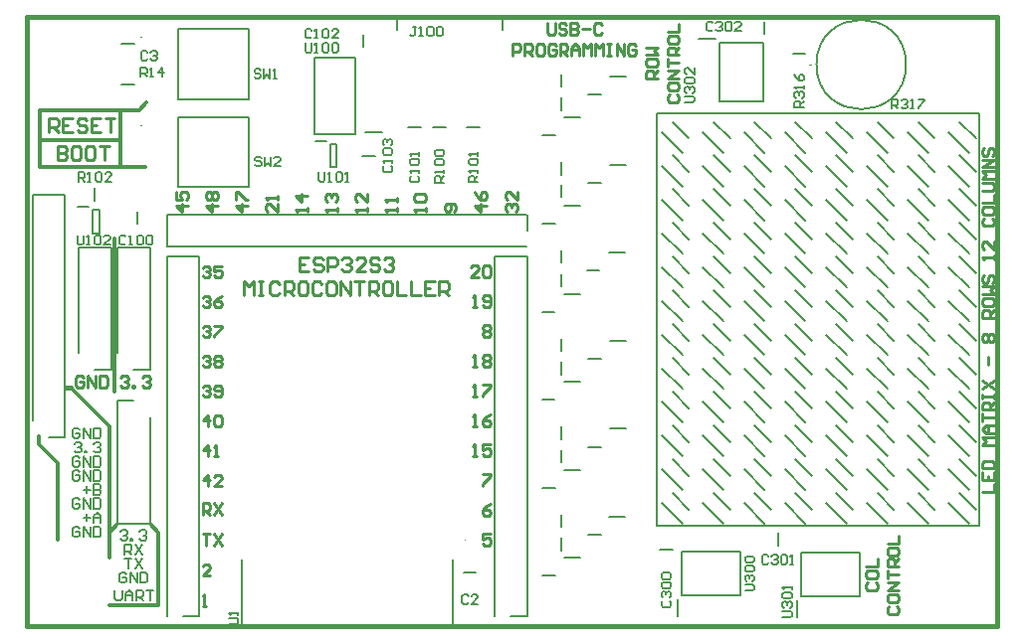
<source format=gto>
G04*
G04 #@! TF.GenerationSoftware,Altium Limited,Altium Designer,25.3.3 (18)*
G04*
G04 Layer_Color=65535*
%FSLAX25Y25*%
%MOIN*%
G70*
G04*
G04 #@! TF.SameCoordinates,FAE4C2FF-6651-435E-A804-DF7E7BB8AC14*
G04*
G04*
G04 #@! TF.FilePolarity,Positive*
G04*
G01*
G75*
%ADD10C,0.00394*%
%ADD11C,0.00787*%
%ADD12C,0.01181*%
%ADD13C,0.01575*%
%ADD14C,0.01002*%
%ADD15C,0.01000*%
D10*
X363386Y289213D02*
X362992D01*
X363386D01*
X256520Y275520D02*
G03*
X256520Y275126I0J-197D01*
G01*
D02*
G03*
X256520Y275520I0J197D01*
G01*
X247957Y129528D02*
G03*
X247563Y129528I-197J0D01*
G01*
D02*
G03*
X247957Y129528I197J0D01*
G01*
X138976Y268701D02*
G03*
X139370Y268701I197J0D01*
G01*
D02*
G03*
X138976Y268701I-197J0D01*
G01*
Y298228D02*
G03*
X139370Y298228I197J0D01*
G01*
D02*
G03*
X138976Y298228I-197J0D01*
G01*
D11*
X395315Y289213D02*
G03*
X395315Y289213I-15000J0D01*
G01*
X352356Y127921D02*
Y132055D01*
X357382Y292913D02*
X361516D01*
X325787Y297835D02*
X331496D01*
X332874Y276772D02*
Y296457D01*
Y276772D02*
X347441D01*
Y296457D01*
X332874D02*
X347441D01*
X347953Y299416D02*
Y303550D01*
X358858Y103740D02*
Y109449D01*
X360236Y110827D02*
X379921D01*
Y125394D01*
X360236D02*
X379921D01*
X360236Y110827D02*
Y125394D01*
X318721Y104043D02*
Y109752D01*
X320099Y111130D02*
X339784D01*
Y125697D01*
X320099D02*
X339784D01*
X320099Y111130D02*
Y125697D01*
X312894Y126378D02*
X317028D01*
X273563Y235866D02*
X277697D01*
X279921Y244783D02*
Y248917D01*
X248327Y268110D02*
X252461D01*
X236910D02*
X241043D01*
X228642D02*
X232776D01*
X224921Y300787D02*
Y305512D01*
X260118D01*
Y300787D02*
Y305512D01*
X213287Y258661D02*
X217421D01*
X202461Y262598D02*
X204626D01*
Y254724D02*
Y262598D01*
X202461Y254724D02*
X204626D01*
X202461D02*
Y262598D01*
X197343Y263484D02*
X201083D01*
X213386Y295177D02*
Y299311D01*
X197039Y265937D02*
X210835D01*
X197039D02*
Y291543D01*
X210835D01*
Y265937D02*
Y291543D01*
X214075Y266476D02*
X219783D01*
X132579Y296063D02*
X136713D01*
X132579Y282677D02*
X136713D01*
X123622Y243602D02*
Y247736D01*
X137795Y235728D02*
Y239862D01*
X122980Y240544D02*
X125146D01*
Y232670D02*
Y240544D01*
X122980Y232670D02*
X125146D01*
X122980D02*
Y240544D01*
X117862Y241430D02*
X121602D01*
X108268Y164331D02*
X113661D01*
X102874Y169921D02*
Y245421D01*
X113661Y164331D02*
Y245421D01*
X102874D02*
X113661D01*
X371959Y145573D02*
X377527Y140005D01*
X368479Y142093D02*
X375370Y135203D01*
X371959Y156885D02*
X377527Y151317D01*
X368479Y153405D02*
X375370Y146515D01*
X385683Y156885D02*
X391250Y151317D01*
X382203Y153405D02*
X389093Y146515D01*
X371959Y168196D02*
X377527Y162628D01*
X368479Y164716D02*
X375370Y157826D01*
X385683Y168196D02*
X391250Y162628D01*
X382203Y164716D02*
X389093Y157826D01*
X371959Y179508D02*
X377527Y173940D01*
X368479Y176028D02*
X375370Y169138D01*
X385683Y179508D02*
X391250Y173940D01*
X382203Y176028D02*
X389093Y169138D01*
X371959Y190819D02*
X377527Y185252D01*
X368479Y187340D02*
X375370Y180449D01*
X385683Y190819D02*
X391250Y185252D01*
X382203Y187340D02*
X389093Y180449D01*
X371959Y202131D02*
X377527Y196563D01*
X368479Y198651D02*
X375370Y191761D01*
X385683Y202131D02*
X391250Y196563D01*
X382203Y198651D02*
X389093Y191761D01*
X371959Y213443D02*
X377527Y207875D01*
X368479Y209963D02*
X375370Y203073D01*
X385683Y213443D02*
X391250Y207875D01*
X382203Y209963D02*
X389093Y203073D01*
X371959Y224754D02*
X377527Y219186D01*
X368479Y221274D02*
X375370Y214384D01*
X385683Y224754D02*
X391250Y219186D01*
X382203Y221274D02*
X389093Y214384D01*
X371959Y236066D02*
X377527Y230498D01*
X368479Y232586D02*
X375370Y225696D01*
X385683Y236066D02*
X391250Y230498D01*
X382203Y232586D02*
X389093Y225696D01*
X385683Y247377D02*
X391250Y241810D01*
X382203Y243898D02*
X389093Y237007D01*
X371959Y258689D02*
X377527Y253121D01*
X368479Y255209D02*
X375370Y248319D01*
X371959Y270001D02*
X377527Y264433D01*
X368479Y266521D02*
X375370Y259630D01*
X385683Y258689D02*
X391250Y253121D01*
X382203Y255209D02*
X389093Y248319D01*
X385683Y270001D02*
X391250Y264433D01*
X382203Y266521D02*
X389093Y259630D01*
X371959Y247377D02*
X377527Y241810D01*
X368479Y243898D02*
X375370Y237007D01*
X413129Y270001D02*
X418697Y264433D01*
X409649Y266521D02*
X416539Y259630D01*
X413129Y258689D02*
X418697Y253121D01*
X409649Y255209D02*
X416539Y248319D01*
X413129Y247377D02*
X418697Y241810D01*
X409649Y243898D02*
X416539Y237007D01*
X413129Y236066D02*
X418697Y230498D01*
X409649Y232586D02*
X416539Y225696D01*
X413129Y224754D02*
X418697Y219186D01*
X409649Y221274D02*
X416539Y214384D01*
X413129Y213443D02*
X418697Y207875D01*
X409649Y209963D02*
X416539Y203073D01*
X413129Y202131D02*
X418697Y196563D01*
X409649Y198651D02*
X416539Y191761D01*
X413129Y190819D02*
X418697Y185252D01*
X409649Y187340D02*
X416539Y180449D01*
X413129Y179508D02*
X418697Y173940D01*
X409649Y176028D02*
X416539Y169138D01*
X413129Y168196D02*
X418697Y162628D01*
X409649Y164716D02*
X416539Y157826D01*
X413129Y156885D02*
X418697Y151317D01*
X409649Y153405D02*
X416539Y146515D01*
X413129Y145573D02*
X418697Y140005D01*
X409649Y142093D02*
X416539Y135203D01*
X399406Y270001D02*
X404974Y264433D01*
X395926Y266521D02*
X402816Y259630D01*
X399406Y258689D02*
X404974Y253121D01*
X395926Y255209D02*
X402816Y248319D01*
X399406Y247377D02*
X404974Y241810D01*
X395926Y243898D02*
X402816Y237007D01*
X399406Y236066D02*
X404974Y230498D01*
X395926Y232586D02*
X402816Y225696D01*
X399406Y224754D02*
X404974Y219186D01*
X395926Y221274D02*
X402816Y214384D01*
X399406Y213443D02*
X404974Y207875D01*
X395926Y209963D02*
X402816Y203073D01*
X399406Y202131D02*
X404974Y196563D01*
X395926Y198651D02*
X402816Y191761D01*
X399406Y190819D02*
X404974Y185252D01*
X395926Y187340D02*
X402816Y180449D01*
X399406Y179508D02*
X404974Y173940D01*
X395926Y176028D02*
X402816Y169138D01*
X399406Y168196D02*
X404974Y162628D01*
X395926Y164716D02*
X402816Y157826D01*
X399406Y156885D02*
X404974Y151317D01*
X395926Y153405D02*
X402816Y146515D01*
X399406Y145573D02*
X404974Y140005D01*
X395926Y142093D02*
X402816Y135203D01*
X385683Y145573D02*
X391250Y140005D01*
X382203Y142093D02*
X389093Y135203D01*
X358236Y270001D02*
X363804Y264433D01*
X354756Y266521D02*
X361646Y259630D01*
X358236Y258689D02*
X363804Y253121D01*
X354756Y255209D02*
X361646Y248319D01*
X358236Y247377D02*
X363804Y241810D01*
X354756Y243898D02*
X361646Y237007D01*
X358236Y236066D02*
X363804Y230498D01*
X354756Y232586D02*
X361646Y225696D01*
X358236Y224754D02*
X363804Y219186D01*
X354756Y221274D02*
X361646Y214384D01*
X358236Y213443D02*
X363804Y207875D01*
X354756Y209963D02*
X361646Y203073D01*
X358236Y202131D02*
X363804Y196563D01*
X354756Y198651D02*
X361646Y191761D01*
X358236Y190819D02*
X363804Y185252D01*
X354756Y187340D02*
X361646Y180449D01*
X358236Y179508D02*
X363804Y173940D01*
X354756Y176028D02*
X361646Y169138D01*
X358236Y168196D02*
X363804Y162628D01*
X354756Y164716D02*
X361646Y157826D01*
X358236Y156885D02*
X363804Y151317D01*
X354756Y153405D02*
X361646Y146515D01*
X358236Y145573D02*
X363804Y140005D01*
X354756Y142093D02*
X361646Y135203D01*
X344513Y270001D02*
X350081Y264433D01*
X341033Y266521D02*
X347923Y259630D01*
X344513Y258689D02*
X350081Y253121D01*
X341033Y255209D02*
X347923Y248319D01*
X344513Y247377D02*
X350081Y241810D01*
X341033Y243898D02*
X347923Y237007D01*
X344513Y236066D02*
X350081Y230498D01*
X341033Y232586D02*
X347923Y225696D01*
X344513Y224754D02*
X350081Y219186D01*
X341033Y221274D02*
X347923Y214384D01*
X344513Y213443D02*
X350081Y207875D01*
X341033Y209963D02*
X347923Y203073D01*
X344513Y202131D02*
X350081Y196563D01*
X341033Y198651D02*
X347923Y191761D01*
X344513Y190819D02*
X350081Y185252D01*
X341033Y187340D02*
X347923Y180449D01*
X344513Y179508D02*
X350081Y173940D01*
X341033Y176028D02*
X347923Y169138D01*
X344513Y168196D02*
X350081Y162628D01*
X341033Y164716D02*
X347923Y157826D01*
X344513Y156885D02*
X350081Y151317D01*
X341033Y153405D02*
X347923Y146515D01*
X344513Y145573D02*
X350081Y140005D01*
X341033Y142093D02*
X347923Y135203D01*
X330790Y270001D02*
X336357Y264433D01*
X327310Y266521D02*
X334200Y259630D01*
X330790Y258689D02*
X336357Y253121D01*
X327310Y255209D02*
X334200Y248319D01*
X330790Y247377D02*
X336357Y241810D01*
X327310Y243898D02*
X334200Y237007D01*
X330790Y236066D02*
X336357Y230498D01*
X327310Y232586D02*
X334200Y225696D01*
X330790Y224754D02*
X336357Y219186D01*
X327310Y221274D02*
X334200Y214384D01*
X330790Y213443D02*
X336357Y207875D01*
X327310Y209963D02*
X334200Y203073D01*
X330790Y202131D02*
X336357Y196563D01*
X327310Y198651D02*
X334200Y191761D01*
X330790Y190819D02*
X336357Y185252D01*
X327310Y187340D02*
X334200Y180449D01*
X330790Y179508D02*
X336357Y173940D01*
X327310Y176028D02*
X334200Y169138D01*
X330790Y168196D02*
X336357Y162628D01*
X327310Y164716D02*
X334200Y157826D01*
X330790Y156885D02*
X336357Y151317D01*
X327310Y153405D02*
X334200Y146515D01*
X330790Y145573D02*
X336357Y140005D01*
X327310Y142093D02*
X334200Y135203D01*
X317066Y270001D02*
X322634Y264433D01*
X313586Y266521D02*
X320477Y259630D01*
X317066Y258689D02*
X322634Y253121D01*
X313586Y255209D02*
X320477Y248319D01*
X317066Y247377D02*
X322634Y241810D01*
X313586Y243898D02*
X320477Y237007D01*
X317066Y236066D02*
X322634Y230498D01*
X313586Y232586D02*
X320477Y225696D01*
X317066Y224754D02*
X322634Y219186D01*
X313586Y221274D02*
X320477Y214384D01*
X317066Y213443D02*
X322634Y207875D01*
X313586Y209963D02*
X320477Y203073D01*
X317066Y190819D02*
X322634Y185252D01*
X313586Y187340D02*
X320477Y180449D01*
X317066Y179508D02*
X322634Y173940D01*
X313586Y176028D02*
X320477Y169138D01*
X317066Y145573D02*
X322634Y140005D01*
X313586Y142093D02*
X320477Y135203D01*
X317066Y168196D02*
X322634Y162628D01*
X313586Y164716D02*
X320477Y157826D01*
X317066Y156885D02*
X322634Y151317D01*
X313586Y153405D02*
X320477Y146515D01*
X317066Y202131D02*
X322634Y196563D01*
X313586Y198651D02*
X320477Y191761D01*
X296142Y285197D02*
X301457D01*
X280817Y271388D02*
X286132D01*
X273524Y176772D02*
X277658D01*
X295748Y226142D02*
X301063D01*
X288484Y220079D02*
X292618D01*
X273504Y206319D02*
X277638D01*
X279921Y214862D02*
Y218996D01*
Y222736D02*
Y226870D01*
X280787Y241890D02*
X286102D01*
X280807Y212343D02*
X286122D01*
X288878Y190551D02*
X293012D01*
X279906Y185335D02*
Y189469D01*
X279921Y193209D02*
Y197343D01*
X296161Y196595D02*
X301476D01*
X296161Y167067D02*
X301476D01*
X273543Y147224D02*
X277677D01*
X279921Y155807D02*
Y159941D01*
X280787Y153307D02*
X286102D01*
X288878Y131496D02*
X293012D01*
X295768Y137539D02*
X301083D01*
X279921Y126279D02*
Y130413D01*
X280807Y123760D02*
X286122D01*
X288898Y249587D02*
X293032D01*
X288898Y161004D02*
X293032D01*
X273563Y117756D02*
X277697D01*
X279921Y252264D02*
Y256398D01*
X279921Y163681D02*
Y167815D01*
X296161Y255650D02*
X301476D01*
X273563Y265394D02*
X277697D01*
X279921Y273917D02*
Y278051D01*
X279921Y134153D02*
Y138287D01*
X280807Y182815D02*
X286122D01*
X288878Y279134D02*
X293012D01*
X279921Y281791D02*
Y285925D01*
X172760Y100591D02*
Y123228D01*
Y100591D02*
X243626D01*
Y123228D01*
X311811Y272835D02*
X419685D01*
X311811D02*
X311811Y134646D01*
X419685D01*
Y272835D01*
X151575Y248031D02*
Y271654D01*
Y248031D02*
X175197D01*
Y271654D01*
X151575D02*
X175197D01*
X151575Y277559D02*
Y301181D01*
Y277559D02*
X175197D01*
Y301181D01*
X151575D02*
X175197D01*
X142008Y135197D02*
Y170787D01*
X131220Y135197D02*
X142008D01*
X131220D02*
Y176378D01*
X136614D01*
X131220Y192362D02*
Y227953D01*
X142008D01*
Y186772D02*
Y227953D01*
X136614Y186772D02*
X142008D01*
X247146Y118898D02*
X251279D01*
X147756Y238858D02*
X268256Y238858D01*
X147756Y228071D02*
X268256Y228071D01*
X268347Y233465D02*
Y238858D01*
X147756Y230768D02*
Y236161D01*
Y228071D02*
Y230768D01*
Y236161D02*
Y238858D01*
X158543Y224843D02*
X158543Y104342D01*
X147756Y224843D02*
X147756Y104342D01*
X153150Y104252D02*
X158543D01*
X150453Y224843D02*
X155847D01*
X147756D02*
X150453D01*
X155847D02*
X158543D01*
X268386D02*
X268386Y104342D01*
X257598Y224843D02*
X257598Y104342D01*
X262992Y104252D02*
X268386D01*
X260295Y224843D02*
X265689D01*
X257598D02*
X260295D01*
X265689D02*
X268386D01*
X123622Y186772D02*
X129016D01*
Y227953D01*
X118228D02*
X129016D01*
X118228Y192362D02*
Y227953D01*
X118506Y133660D02*
X117916Y134251D01*
X116735D01*
X116145Y133660D01*
Y131299D01*
X116735Y130709D01*
X117916D01*
X118506Y131299D01*
Y132480D01*
X117325D01*
X119687Y130709D02*
Y134251D01*
X122048Y130709D01*
Y134251D01*
X123229D02*
Y130709D01*
X125000D01*
X125591Y131299D01*
Y133660D01*
X125000Y134251D01*
X123229D01*
X119687Y146653D02*
X122048D01*
X120868Y147834D02*
Y145472D01*
X123229Y148424D02*
Y144882D01*
X125000D01*
X125591Y145472D01*
Y146063D01*
X125000Y146653D01*
X123229D01*
X125000D01*
X125591Y147243D01*
Y147834D01*
X125000Y148424D01*
X123229D01*
X118506Y143109D02*
X117916Y143700D01*
X116735D01*
X116145Y143109D01*
Y140748D01*
X116735Y140157D01*
X117916D01*
X118506Y140748D01*
Y141929D01*
X117325D01*
X119687Y140157D02*
Y143700D01*
X122048Y140157D01*
Y143700D01*
X123229D02*
Y140157D01*
X125000D01*
X125591Y140748D01*
Y143109D01*
X125000Y143700D01*
X123229D01*
X118506Y152558D02*
X117916Y153148D01*
X116735D01*
X116145Y152558D01*
Y150197D01*
X116735Y149606D01*
X117916D01*
X118506Y150197D01*
Y151377D01*
X117325D01*
X119687Y149606D02*
Y153148D01*
X122048Y149606D01*
Y153148D01*
X123229D02*
Y149606D01*
X125000D01*
X125591Y150197D01*
Y152558D01*
X125000Y153148D01*
X123229D01*
X118506Y157282D02*
X117916Y157873D01*
X116735D01*
X116145Y157282D01*
Y154921D01*
X116735Y154331D01*
X117916D01*
X118506Y154921D01*
Y156102D01*
X117325D01*
X119687Y154331D02*
Y157873D01*
X122048Y154331D01*
Y157873D01*
X123229D02*
Y154331D01*
X125000D01*
X125591Y154921D01*
Y157282D01*
X125000Y157873D01*
X123229D01*
X118506Y166731D02*
X117916Y167322D01*
X116735D01*
X116145Y166731D01*
Y164370D01*
X116735Y163779D01*
X117916D01*
X118506Y164370D01*
Y165551D01*
X117325D01*
X119687Y163779D02*
Y167322D01*
X122048Y163779D01*
Y167322D01*
X123229D02*
Y163779D01*
X125000D01*
X125591Y164370D01*
Y166731D01*
X125000Y167322D01*
X123229D01*
X119687Y137204D02*
X122048D01*
X120868Y138385D02*
Y136023D01*
X123229Y135433D02*
Y137794D01*
X124410Y138975D01*
X125591Y137794D01*
Y135433D01*
Y137204D01*
X123229D01*
X116735Y162007D02*
X117325Y162597D01*
X118506D01*
X119097Y162007D01*
Y161417D01*
X118506Y160826D01*
X117916D01*
X118506D01*
X119097Y160236D01*
Y159645D01*
X118506Y159055D01*
X117325D01*
X116735Y159645D01*
X120277Y159055D02*
Y159645D01*
X120868D01*
Y159055D01*
X120277D01*
X123229Y162007D02*
X123819Y162597D01*
X125000D01*
X125591Y162007D01*
Y161417D01*
X125000Y160826D01*
X124410D01*
X125000D01*
X125591Y160236D01*
Y159645D01*
X125000Y159055D01*
X123819D01*
X123229Y159645D01*
X133566Y124803D02*
Y128345D01*
X135338D01*
X135928Y127755D01*
Y126574D01*
X135338Y125984D01*
X133566D01*
X134747D02*
X135928Y124803D01*
X137109Y128345D02*
X139470Y124803D01*
Y128345D02*
X137109Y124803D01*
X133566Y123621D02*
X135928D01*
X134747D01*
Y120079D01*
X137109Y123621D02*
X139470Y120079D01*
Y123621D02*
X137109Y120079D01*
X134157Y118306D02*
X133566Y118896D01*
X132386D01*
X131796Y118306D01*
Y115945D01*
X132386Y115354D01*
X133566D01*
X134157Y115945D01*
Y117125D01*
X132976D01*
X135338Y115354D02*
Y118896D01*
X137699Y115354D01*
Y118896D01*
X138880D02*
Y115354D01*
X140651D01*
X141241Y115945D01*
Y118306D01*
X140651Y118896D01*
X138880D01*
X132089Y132479D02*
X132680Y133070D01*
X133861D01*
X134451Y132479D01*
Y131889D01*
X133861Y131299D01*
X133270D01*
X133861D01*
X134451Y130708D01*
Y130118D01*
X133861Y129527D01*
X132680D01*
X132089Y130118D01*
X135632Y129527D02*
Y130118D01*
X136222D01*
Y129527D01*
X135632D01*
X138583Y132479D02*
X139174Y133070D01*
X140355D01*
X140945Y132479D01*
Y131889D01*
X140355Y131299D01*
X139764D01*
X140355D01*
X140945Y130708D01*
Y130118D01*
X140355Y129527D01*
X139174D01*
X138583Y130118D01*
X130319Y112991D02*
Y110039D01*
X130910Y109449D01*
X132090D01*
X132681Y110039D01*
Y112991D01*
X133861Y109449D02*
Y111810D01*
X135042Y112991D01*
X136223Y111810D01*
Y109449D01*
Y111220D01*
X133861D01*
X137404Y109449D02*
Y112991D01*
X139175D01*
X139765Y112401D01*
Y111220D01*
X139175Y110629D01*
X137404D01*
X138584D02*
X139765Y109449D01*
X140946Y112991D02*
X143307D01*
X142126D01*
Y109449D01*
X321260Y276511D02*
X323884D01*
X324409Y277036D01*
Y278085D01*
X323884Y278610D01*
X321260D01*
X321785Y279660D02*
X321260Y280184D01*
Y281234D01*
X321785Y281759D01*
X322310D01*
X322835Y281234D01*
Y280709D01*
Y281234D01*
X323359Y281759D01*
X323884D01*
X324409Y281234D01*
Y280184D01*
X323884Y279660D01*
X321785Y282808D02*
X321260Y283333D01*
Y284383D01*
X321785Y284907D01*
X323884D01*
X324409Y284383D01*
Y283333D01*
X323884Y282808D01*
X321785D01*
X324409Y288056D02*
Y285957D01*
X322310Y288056D01*
X321785D01*
X321260Y287531D01*
Y286482D01*
X321785Y285957D01*
X353938Y103807D02*
X356561D01*
X357086Y104332D01*
Y105382D01*
X356561Y105906D01*
X353938D01*
X354462Y106956D02*
X353938Y107481D01*
Y108530D01*
X354462Y109055D01*
X354987D01*
X355512Y108530D01*
Y108006D01*
Y108530D01*
X356037Y109055D01*
X356561D01*
X357086Y108530D01*
Y107481D01*
X356561Y106956D01*
X354462Y110105D02*
X353938Y110629D01*
Y111679D01*
X354462Y112204D01*
X356561D01*
X357086Y111679D01*
Y110629D01*
X356561Y110105D01*
X354462D01*
X357086Y113253D02*
Y114303D01*
Y113778D01*
X353938D01*
X354462Y113253D01*
X341339Y112732D02*
X343963D01*
X344488Y113256D01*
Y114306D01*
X343963Y114831D01*
X341339D01*
X341864Y115880D02*
X341339Y116405D01*
Y117454D01*
X341864Y117979D01*
X342389D01*
X342913Y117454D01*
Y116930D01*
Y117454D01*
X343438Y117979D01*
X343963D01*
X344488Y117454D01*
Y116405D01*
X343963Y115880D01*
X341864Y119029D02*
X341339Y119553D01*
Y120603D01*
X341864Y121128D01*
X343963D01*
X344488Y120603D01*
Y119553D01*
X343963Y119029D01*
X341864D01*
Y122177D02*
X341339Y122702D01*
Y123752D01*
X341864Y124276D01*
X343963D01*
X344488Y123752D01*
Y122702D01*
X343963Y122177D01*
X341864D01*
X117718Y231889D02*
Y229265D01*
X118243Y228741D01*
X119293D01*
X119817Y229265D01*
Y231889D01*
X120867Y228741D02*
X121916D01*
X121392D01*
Y231889D01*
X120867Y231364D01*
X123491D02*
X124015Y231889D01*
X125065D01*
X125590Y231364D01*
Y229265D01*
X125065Y228741D01*
X124015D01*
X123491Y229265D01*
Y231364D01*
X128738Y228741D02*
X126639D01*
X128738Y230840D01*
Y231364D01*
X128214Y231889D01*
X127164D01*
X126639Y231364D01*
X198558Y253149D02*
Y250525D01*
X199083Y250001D01*
X200132D01*
X200657Y250525D01*
Y253149D01*
X201707Y250001D02*
X202756D01*
X202231D01*
Y253149D01*
X201707Y252624D01*
X204330D02*
X204855Y253149D01*
X205905D01*
X206430Y252624D01*
Y250525D01*
X205905Y250001D01*
X204855D01*
X204330Y250525D01*
Y252624D01*
X207479Y250001D02*
X208529D01*
X208004D01*
Y253149D01*
X207479Y252624D01*
X194096Y296456D02*
Y293832D01*
X194621Y293308D01*
X195671D01*
X196195Y293832D01*
Y296456D01*
X197245Y293308D02*
X198294D01*
X197770D01*
Y296456D01*
X197245Y295931D01*
X199869D02*
X200394Y296456D01*
X201443D01*
X201968Y295931D01*
Y293832D01*
X201443Y293308D01*
X200394D01*
X199869Y293832D01*
Y295931D01*
X203017D02*
X203542Y296456D01*
X204592D01*
X205116Y295931D01*
Y293832D01*
X204592Y293308D01*
X203542D01*
X203017Y293832D01*
Y295931D01*
X390541Y274422D02*
Y277571D01*
X392115D01*
X392640Y277046D01*
Y275997D01*
X392115Y275472D01*
X390541D01*
X391590D02*
X392640Y274422D01*
X393689Y277046D02*
X394214Y277571D01*
X395264D01*
X395788Y277046D01*
Y276521D01*
X395264Y275997D01*
X394739D01*
X395264D01*
X395788Y275472D01*
Y274947D01*
X395264Y274422D01*
X394214D01*
X393689Y274947D01*
X396838Y274422D02*
X397887D01*
X397363D01*
Y277571D01*
X396838Y277046D01*
X399462Y277571D02*
X401561D01*
Y277046D01*
X399462Y274947D01*
Y274422D01*
X361023Y274805D02*
X357874D01*
Y276379D01*
X358399Y276904D01*
X359449D01*
X359974Y276379D01*
Y274805D01*
Y275854D02*
X361023Y276904D01*
X358399Y277954D02*
X357874Y278478D01*
Y279528D01*
X358399Y280053D01*
X358924D01*
X359449Y279528D01*
Y279003D01*
Y279528D01*
X359974Y280053D01*
X360498D01*
X361023Y279528D01*
Y278478D01*
X360498Y277954D01*
X361023Y281102D02*
Y282152D01*
Y281627D01*
X357874D01*
X358399Y281102D01*
X357874Y285825D02*
X358399Y284775D01*
X359449Y283726D01*
X360498D01*
X361023Y284251D01*
Y285300D01*
X360498Y285825D01*
X359974D01*
X359449Y285300D01*
Y283726D01*
X118112Y250001D02*
Y253149D01*
X119686D01*
X120211Y252624D01*
Y251575D01*
X119686Y251050D01*
X118112D01*
X119162D02*
X120211Y250001D01*
X121261D02*
X122310D01*
X121785D01*
Y253149D01*
X121261Y252624D01*
X123884D02*
X124409Y253149D01*
X125459D01*
X125984Y252624D01*
Y250525D01*
X125459Y250001D01*
X124409D01*
X123884Y250525D01*
Y252624D01*
X129132Y250001D02*
X127033D01*
X129132Y252100D01*
Y252624D01*
X128607Y253149D01*
X127558D01*
X127033Y252624D01*
X251968Y249739D02*
X248819D01*
Y251313D01*
X249344Y251838D01*
X250394D01*
X250918Y251313D01*
Y249739D01*
Y250789D02*
X251968Y251838D01*
Y252888D02*
Y253937D01*
Y253413D01*
X248819D01*
X249344Y252888D01*
Y255512D02*
X248819Y256036D01*
Y257086D01*
X249344Y257611D01*
X251443D01*
X251968Y257086D01*
Y256036D01*
X251443Y255512D01*
X249344D01*
X251968Y258660D02*
Y259710D01*
Y259185D01*
X248819D01*
X249344Y258660D01*
X240551Y249608D02*
X237402D01*
Y251182D01*
X237927Y251707D01*
X238976D01*
X239501Y251182D01*
Y249608D01*
Y250658D02*
X240551Y251707D01*
Y252757D02*
Y253806D01*
Y253281D01*
X237402D01*
X237927Y252757D01*
Y255381D02*
X237402Y255905D01*
Y256955D01*
X237927Y257480D01*
X240026D01*
X240551Y256955D01*
Y255905D01*
X240026Y255381D01*
X237927D01*
Y258529D02*
X237402Y259054D01*
Y260103D01*
X237927Y260628D01*
X240026D01*
X240551Y260103D01*
Y259054D01*
X240026Y258529D01*
X237927D01*
X231235Y301968D02*
X230185D01*
X230710D01*
Y299344D01*
X230185Y298819D01*
X229660D01*
X229136Y299344D01*
X232284Y298819D02*
X233334D01*
X232809D01*
Y301968D01*
X232284Y301443D01*
X234908D02*
X235433Y301968D01*
X236482D01*
X237007Y301443D01*
Y299344D01*
X236482Y298819D01*
X235433D01*
X234908Y299344D01*
Y301443D01*
X238057D02*
X238581Y301968D01*
X239631D01*
X240156Y301443D01*
Y299344D01*
X239631Y298819D01*
X238581D01*
X238057Y299344D01*
Y301443D01*
X330579Y303018D02*
X330054Y303543D01*
X329004D01*
X328480Y303018D01*
Y300919D01*
X329004Y300394D01*
X330054D01*
X330579Y300919D01*
X331628Y303018D02*
X332153Y303543D01*
X333202D01*
X333727Y303018D01*
Y302493D01*
X333202Y301969D01*
X332678D01*
X333202D01*
X333727Y301444D01*
Y300919D01*
X333202Y300394D01*
X332153D01*
X331628Y300919D01*
X334777Y303018D02*
X335301Y303543D01*
X336351D01*
X336876Y303018D01*
Y300919D01*
X336351Y300394D01*
X335301D01*
X334777Y300919D01*
Y303018D01*
X340024Y300394D02*
X337925D01*
X340024Y302493D01*
Y303018D01*
X339500Y303543D01*
X338450D01*
X337925Y303018D01*
X349214Y124278D02*
X348689Y124803D01*
X347639D01*
X347115Y124278D01*
Y122179D01*
X347639Y121654D01*
X348689D01*
X349214Y122179D01*
X350263Y124278D02*
X350788Y124803D01*
X351837D01*
X352362Y124278D01*
Y123753D01*
X351837Y123228D01*
X351313D01*
X351837D01*
X352362Y122704D01*
Y122179D01*
X351837Y121654D01*
X350788D01*
X350263Y122179D01*
X353412Y124278D02*
X353937Y124803D01*
X354986D01*
X355511Y124278D01*
Y122179D01*
X354986Y121654D01*
X353937D01*
X353412Y122179D01*
Y124278D01*
X356560Y121654D02*
X357610D01*
X357085D01*
Y124803D01*
X356560Y124278D01*
X313911Y109319D02*
X313386Y108794D01*
Y107745D01*
X313911Y107220D01*
X316010D01*
X316535Y107745D01*
Y108794D01*
X316010Y109319D01*
X313911Y110368D02*
X313386Y110893D01*
Y111943D01*
X313911Y112467D01*
X314436D01*
X314961Y111943D01*
Y111418D01*
Y111943D01*
X315485Y112467D01*
X316010D01*
X316535Y111943D01*
Y110893D01*
X316010Y110368D01*
X313911Y113517D02*
X313386Y114042D01*
Y115091D01*
X313911Y115616D01*
X316010D01*
X316535Y115091D01*
Y114042D01*
X316010Y113517D01*
X313911D01*
Y116665D02*
X313386Y117190D01*
Y118240D01*
X313911Y118765D01*
X316010D01*
X316535Y118240D01*
Y117190D01*
X316010Y116665D01*
X313911D01*
X220604Y255251D02*
X220079Y254726D01*
Y253676D01*
X220604Y253151D01*
X222703D01*
X223228Y253676D01*
Y254726D01*
X222703Y255251D01*
X223228Y256300D02*
Y257349D01*
Y256825D01*
X220079D01*
X220604Y256300D01*
Y258924D02*
X220079Y259449D01*
Y260498D01*
X220604Y261023D01*
X222703D01*
X223228Y260498D01*
Y259449D01*
X222703Y258924D01*
X220604D01*
Y262072D02*
X220079Y262597D01*
Y263647D01*
X220604Y264172D01*
X221129D01*
X221654Y263647D01*
Y263122D01*
Y263647D01*
X222178Y264172D01*
X222703D01*
X223228Y263647D01*
Y262597D01*
X222703Y262072D01*
X196195Y300656D02*
X195671Y301181D01*
X194621D01*
X194096Y300656D01*
Y298557D01*
X194621Y298032D01*
X195671D01*
X196195Y298557D01*
X197245Y298032D02*
X198294D01*
X197770D01*
Y301181D01*
X197245Y300656D01*
X199869D02*
X200394Y301181D01*
X201443D01*
X201968Y300656D01*
Y298557D01*
X201443Y298032D01*
X200394D01*
X199869Y298557D01*
Y300656D01*
X205116Y298032D02*
X203017D01*
X205116Y300131D01*
Y300656D01*
X204592Y301181D01*
X203542D01*
X203017Y300656D01*
X229659Y251838D02*
X229134Y251313D01*
Y250264D01*
X229659Y249739D01*
X231758D01*
X232283Y250264D01*
Y251313D01*
X231758Y251838D01*
X232283Y252888D02*
Y253937D01*
Y253413D01*
X229134D01*
X229659Y252888D01*
Y255512D02*
X229134Y256036D01*
Y257086D01*
X229659Y257611D01*
X231758D01*
X232283Y257086D01*
Y256036D01*
X231758Y255512D01*
X229659D01*
X232283Y258660D02*
Y259710D01*
Y259185D01*
X229134D01*
X229659Y258660D01*
X133991Y231364D02*
X133466Y231889D01*
X132416D01*
X131892Y231364D01*
Y229265D01*
X132416Y228741D01*
X133466D01*
X133991Y229265D01*
X135040Y228741D02*
X136090D01*
X135565D01*
Y231889D01*
X135040Y231364D01*
X137664D02*
X138189Y231889D01*
X139238D01*
X139763Y231364D01*
Y229265D01*
X139238Y228741D01*
X138189D01*
X137664Y229265D01*
Y231364D01*
X140813D02*
X141337Y231889D01*
X142387D01*
X142912Y231364D01*
Y229265D01*
X142387Y228741D01*
X141337D01*
X140813Y229265D01*
Y231364D01*
X168504Y101444D02*
X171128D01*
X171653Y101969D01*
Y103019D01*
X171128Y103543D01*
X168504D01*
X171653Y104593D02*
Y105642D01*
Y105118D01*
X168504D01*
X169029Y104593D01*
X179397Y257743D02*
X178872Y258267D01*
X177823D01*
X177298Y257743D01*
Y257218D01*
X177823Y256693D01*
X178872D01*
X179397Y256168D01*
Y255643D01*
X178872Y255119D01*
X177823D01*
X177298Y255643D01*
X180447Y258267D02*
Y255119D01*
X181496Y256168D01*
X182546Y255119D01*
Y258267D01*
X185694Y255119D02*
X183595D01*
X185694Y257218D01*
Y257743D01*
X185169Y258267D01*
X184120D01*
X183595Y257743D01*
X179134Y287270D02*
X178610Y287795D01*
X177560D01*
X177035Y287270D01*
Y286745D01*
X177560Y286221D01*
X178610D01*
X179134Y285696D01*
Y285171D01*
X178610Y284646D01*
X177560D01*
X177035Y285171D01*
X180184Y287795D02*
Y284646D01*
X181233Y285696D01*
X182283Y284646D01*
Y287795D01*
X183333Y284646D02*
X184382D01*
X183857D01*
Y287795D01*
X183333Y287270D01*
X138978Y285040D02*
Y288189D01*
X140552D01*
X141077Y287664D01*
Y286614D01*
X140552Y286089D01*
X138978D01*
X140027D02*
X141077Y285040D01*
X142126D02*
X143176D01*
X142651D01*
Y288189D01*
X142126Y287664D01*
X146324Y285040D02*
Y288189D01*
X144750Y286614D01*
X146849D01*
X141208Y293176D02*
X140683Y293700D01*
X139633D01*
X139109Y293176D01*
Y291076D01*
X139633Y290552D01*
X140683D01*
X141208Y291076D01*
X142257Y293176D02*
X142782Y293700D01*
X143831D01*
X144356Y293176D01*
Y292651D01*
X143831Y292126D01*
X143307D01*
X143831D01*
X144356Y291601D01*
Y291076D01*
X143831Y290552D01*
X142782D01*
X142257Y291076D01*
X248688Y110892D02*
X248163Y111417D01*
X247113D01*
X246589Y110892D01*
Y108793D01*
X247113Y108268D01*
X248163D01*
X248688Y108793D01*
X251836Y108268D02*
X249737D01*
X251836Y110367D01*
Y110892D01*
X251312Y111417D01*
X250262D01*
X249737Y110892D01*
D12*
X128347Y107874D02*
X144882D01*
Y132283D01*
X142008Y135158D02*
X144882Y132283D01*
X128347Y124016D02*
Y132323D01*
X131220Y135197D01*
X111024Y129921D02*
Y155512D01*
X104724Y161811D02*
X111024Y155512D01*
X104724Y161811D02*
Y164567D01*
X128347Y129528D02*
Y167717D01*
X115354Y180709D02*
X128347Y167717D01*
X130096Y179352D02*
Y230927D01*
X132283Y254724D02*
X140551D01*
X132283D02*
Y273622D01*
X105118Y254724D02*
X132283D01*
X105118D02*
Y274016D01*
X138583D01*
X140945Y276378D01*
X105118Y263779D02*
X132283D01*
D13*
X114173Y180709D02*
X115354D01*
X100787Y305118D02*
X100787Y100787D01*
X425984D01*
X100787Y305118D02*
X425984D01*
X425984Y100787D01*
D14*
X195280Y224507D02*
X192131D01*
Y219784D01*
X195280D01*
X192131Y222146D02*
X193705D01*
X200003Y223720D02*
X199215Y224507D01*
X197641D01*
X196854Y223720D01*
Y222933D01*
X197641Y222146D01*
X199215D01*
X200003Y221359D01*
Y220571D01*
X199215Y219784D01*
X197641D01*
X196854Y220571D01*
X201577Y219784D02*
Y224507D01*
X203938D01*
X204725Y223720D01*
Y222146D01*
X203938Y221359D01*
X201577D01*
X206300Y223720D02*
X207087Y224507D01*
X208661D01*
X209448Y223720D01*
Y222933D01*
X208661Y222146D01*
X207874D01*
X208661D01*
X209448Y221359D01*
Y220571D01*
X208661Y219784D01*
X207087D01*
X206300Y220571D01*
X214171Y219784D02*
X211023D01*
X214171Y222933D01*
Y223720D01*
X213384Y224507D01*
X211810D01*
X211023Y223720D01*
X218894D02*
X218107Y224507D01*
X216533D01*
X215745Y223720D01*
Y222933D01*
X216533Y222146D01*
X218107D01*
X218894Y221359D01*
Y220571D01*
X218107Y219784D01*
X216533D01*
X215745Y220571D01*
X220468Y223720D02*
X221255Y224507D01*
X222830D01*
X223617Y223720D01*
Y222933D01*
X222830Y222146D01*
X222043D01*
X222830D01*
X223617Y221359D01*
Y220571D01*
X222830Y219784D01*
X221255D01*
X220468Y220571D01*
X173633Y211713D02*
Y216436D01*
X175207Y214862D01*
X176782Y216436D01*
Y211713D01*
X178356Y216436D02*
X179930D01*
X179143D01*
Y211713D01*
X178356D01*
X179930D01*
X185440Y215649D02*
X184653Y216436D01*
X183079D01*
X182292Y215649D01*
Y212500D01*
X183079Y211713D01*
X184653D01*
X185440Y212500D01*
X187015Y211713D02*
Y216436D01*
X189376D01*
X190163Y215649D01*
Y214075D01*
X189376Y213287D01*
X187015D01*
X188589D02*
X190163Y211713D01*
X194099Y216436D02*
X192525D01*
X191737Y215649D01*
Y212500D01*
X192525Y211713D01*
X194099D01*
X194886Y212500D01*
Y215649D01*
X194099Y216436D01*
X199609Y215649D02*
X198822Y216436D01*
X197248D01*
X196460Y215649D01*
Y212500D01*
X197248Y211713D01*
X198822D01*
X199609Y212500D01*
X203545Y216436D02*
X201970D01*
X201183Y215649D01*
Y212500D01*
X201970Y211713D01*
X203545D01*
X204332Y212500D01*
Y215649D01*
X203545Y216436D01*
X205906Y211713D02*
Y216436D01*
X209055Y211713D01*
Y216436D01*
X210629D02*
X213778D01*
X212203D01*
Y211713D01*
X215352D02*
Y216436D01*
X217713D01*
X218500Y215649D01*
Y214075D01*
X217713Y213287D01*
X215352D01*
X216926D02*
X218500Y211713D01*
X222436Y216436D02*
X220862D01*
X220075Y215649D01*
Y212500D01*
X220862Y211713D01*
X222436D01*
X223223Y212500D01*
Y215649D01*
X222436Y216436D01*
X224798D02*
Y211713D01*
X227946D01*
X229521Y216436D02*
Y211713D01*
X232669D01*
X237392Y216436D02*
X234243D01*
Y211713D01*
X237392D01*
X234243Y214075D02*
X235818D01*
X238966Y211713D02*
Y216436D01*
X241328D01*
X242115Y215649D01*
Y214075D01*
X241328Y213287D01*
X238966D01*
X240541D02*
X242115Y211713D01*
X312184Y284516D02*
X308248D01*
Y286484D01*
X308904Y287140D01*
X310216D01*
X310872Y286484D01*
Y284516D01*
Y285828D02*
X312184Y287140D01*
X308248Y290420D02*
Y289108D01*
X308904Y288452D01*
X311528D01*
X312184Y289108D01*
Y290420D01*
X311528Y291076D01*
X308904D01*
X308248Y290420D01*
Y292388D02*
X312184D01*
X310872Y293700D01*
X312184Y295011D01*
X308248D01*
X316031Y279269D02*
X315375Y278612D01*
Y277301D01*
X316031Y276645D01*
X318655D01*
X319311Y277301D01*
Y278612D01*
X318655Y279269D01*
X315375Y282548D02*
Y281236D01*
X316031Y280580D01*
X318655D01*
X319311Y281236D01*
Y282548D01*
X318655Y283204D01*
X316031D01*
X315375Y282548D01*
X319311Y284516D02*
X315375D01*
X319311Y287140D01*
X315375D01*
Y288452D02*
Y291076D01*
Y289764D01*
X319311D01*
Y292388D02*
X315375D01*
Y294356D01*
X316031Y295011D01*
X317343D01*
X317999Y294356D01*
Y292388D01*
Y293700D02*
X319311Y295011D01*
X315375Y298291D02*
Y296979D01*
X316031Y296323D01*
X318655D01*
X319311Y296979D01*
Y298291D01*
X318655Y298947D01*
X316031D01*
X315375Y298291D01*
Y300259D02*
X319311D01*
Y302883D01*
X108271Y266536D02*
Y271259D01*
X110633D01*
X111420Y270472D01*
Y268898D01*
X110633Y268110D01*
X108271D01*
X109846D02*
X111420Y266536D01*
X116143Y271259D02*
X112994D01*
Y266536D01*
X116143D01*
X112994Y268898D02*
X114568D01*
X120866Y270472D02*
X120079Y271259D01*
X118504D01*
X117717Y270472D01*
Y269685D01*
X118504Y268898D01*
X120079D01*
X120866Y268110D01*
Y267323D01*
X120079Y266536D01*
X118504D01*
X117717Y267323D01*
X125589Y271259D02*
X122440D01*
Y266536D01*
X125589D01*
X122440Y268898D02*
X124014D01*
X127163Y271259D02*
X130311D01*
X128737D01*
Y266536D01*
X111026Y261810D02*
Y257087D01*
X113388D01*
X114175Y257874D01*
Y258662D01*
X113388Y259449D01*
X111026D01*
X113388D01*
X114175Y260236D01*
Y261023D01*
X113388Y261810D01*
X111026D01*
X118111D02*
X116536D01*
X115749Y261023D01*
Y257874D01*
X116536Y257087D01*
X118111D01*
X118898Y257874D01*
Y261023D01*
X118111Y261810D01*
X122834D02*
X121259D01*
X120472Y261023D01*
Y257874D01*
X121259Y257087D01*
X122834D01*
X123621Y257874D01*
Y261023D01*
X122834Y261810D01*
X125195D02*
X128344D01*
X126769D01*
Y257087D01*
X275069Y303169D02*
Y299889D01*
X275725Y299233D01*
X277036D01*
X277692Y299889D01*
Y303169D01*
X281628Y302513D02*
X280972Y303169D01*
X279660D01*
X279004Y302513D01*
Y301857D01*
X279660Y301201D01*
X280972D01*
X281628Y300545D01*
Y299889D01*
X280972Y299233D01*
X279660D01*
X279004Y299889D01*
X282940Y303169D02*
Y299233D01*
X284908D01*
X285564Y299889D01*
Y300545D01*
X284908Y301201D01*
X282940D01*
X284908D01*
X285564Y301857D01*
Y302513D01*
X284908Y303169D01*
X282940D01*
X286876Y301201D02*
X289500D01*
X293435Y302513D02*
X292779Y303169D01*
X291467D01*
X290811Y302513D01*
Y299889D01*
X291467Y299233D01*
X292779D01*
X293435Y299889D01*
X263589Y292107D02*
Y296042D01*
X265557D01*
X266213Y295386D01*
Y294075D01*
X265557Y293419D01*
X263589D01*
X267525Y292107D02*
Y296042D01*
X269493D01*
X270149Y295386D01*
Y294075D01*
X269493Y293419D01*
X267525D01*
X268837D02*
X270149Y292107D01*
X273429Y296042D02*
X272117D01*
X271461Y295386D01*
Y292763D01*
X272117Y292107D01*
X273429D01*
X274085Y292763D01*
Y295386D01*
X273429Y296042D01*
X278020Y295386D02*
X277364Y296042D01*
X276052D01*
X275397Y295386D01*
Y292763D01*
X276052Y292107D01*
X277364D01*
X278020Y292763D01*
Y294075D01*
X276709D01*
X279332Y292107D02*
Y296042D01*
X281300D01*
X281956Y295386D01*
Y294075D01*
X281300Y293419D01*
X279332D01*
X280644D02*
X281956Y292107D01*
X283268D02*
Y294730D01*
X284580Y296042D01*
X285892Y294730D01*
Y292107D01*
Y294075D01*
X283268D01*
X287204Y292107D02*
Y296042D01*
X288516Y294730D01*
X289828Y296042D01*
Y292107D01*
X291140D02*
Y296042D01*
X292451Y294730D01*
X293763Y296042D01*
Y292107D01*
X295075Y296042D02*
X296387D01*
X295731D01*
Y292107D01*
X295075D01*
X296387D01*
X298355D02*
Y296042D01*
X300979Y292107D01*
Y296042D01*
X304915Y295386D02*
X304259Y296042D01*
X302947D01*
X302291Y295386D01*
Y292763D01*
X302947Y292107D01*
X304259D01*
X304915Y292763D01*
Y294075D01*
X303603D01*
X382526Y115486D02*
X381870Y114831D01*
Y113519D01*
X382526Y112863D01*
X385150D01*
X385806Y113519D01*
Y114831D01*
X385150Y115486D01*
X381870Y118766D02*
Y117454D01*
X382526Y116798D01*
X385150D01*
X385806Y117454D01*
Y118766D01*
X385150Y119422D01*
X382526D01*
X381870Y118766D01*
Y120734D02*
X385806D01*
Y123358D01*
X389653Y107615D02*
X388997Y106959D01*
Y105647D01*
X389653Y104991D01*
X392277D01*
X392933Y105647D01*
Y106959D01*
X392277Y107615D01*
X388997Y110895D02*
Y109583D01*
X389653Y108927D01*
X392277D01*
X392933Y109583D01*
Y110895D01*
X392277Y111551D01*
X389653D01*
X388997Y110895D01*
X392933Y112863D02*
X388997D01*
X392933Y115486D01*
X388997D01*
Y116798D02*
Y119422D01*
Y118110D01*
X392933D01*
Y120734D02*
X388997D01*
Y122702D01*
X389653Y123358D01*
X390965D01*
X391621Y122702D01*
Y120734D01*
Y122046D02*
X392933Y123358D01*
X388997Y126638D02*
Y125326D01*
X389653Y124670D01*
X392277D01*
X392933Y125326D01*
Y126638D01*
X392277Y127294D01*
X389653D01*
X388997Y126638D01*
Y128606D02*
X392933D01*
Y131229D01*
X159663Y107481D02*
X160975D01*
X160319D01*
Y111417D01*
X159663Y110761D01*
X162287Y117717D02*
X159663D01*
X162287Y120341D01*
Y120997D01*
X161631Y121653D01*
X160319D01*
X159663Y120997D01*
Y131889D02*
X162287D01*
X160975D01*
Y127953D01*
X163599Y131889D02*
X166223Y127953D01*
Y131889D02*
X163599Y127953D01*
X159663Y138190D02*
Y142125D01*
X161631D01*
X162287Y141469D01*
Y140157D01*
X161631Y139502D01*
X159663D01*
X160975D02*
X162287Y138190D01*
X163599Y142125D02*
X166223Y138190D01*
Y142125D02*
X163599Y138190D01*
X161631Y147717D02*
Y151653D01*
X159663Y149685D01*
X162287D01*
X166223Y147717D02*
X163599D01*
X166223Y150341D01*
Y150997D01*
X165567Y151653D01*
X164255D01*
X163599Y150997D01*
X161631Y157717D02*
Y161653D01*
X159663Y159685D01*
X162287D01*
X163599Y157717D02*
X164911D01*
X164255D01*
Y161653D01*
X163599Y160997D01*
X161631Y167717D02*
Y171653D01*
X159663Y169685D01*
X162287D01*
X163599Y170997D02*
X164255Y171653D01*
X165567D01*
X166223Y170997D01*
Y168373D01*
X165567Y167717D01*
X164255D01*
X163599Y168373D01*
Y170997D01*
X159663Y180997D02*
X160319Y181653D01*
X161631D01*
X162287Y180997D01*
Y180341D01*
X161631Y179685D01*
X160975D01*
X161631D01*
X162287Y179029D01*
Y178373D01*
X161631Y177717D01*
X160319D01*
X159663Y178373D01*
X163599D02*
X164255Y177717D01*
X165567D01*
X166223Y178373D01*
Y180997D01*
X165567Y181653D01*
X164255D01*
X163599Y180997D01*
Y180341D01*
X164255Y179685D01*
X166223D01*
X159663Y190997D02*
X160319Y191653D01*
X161631D01*
X162287Y190997D01*
Y190341D01*
X161631Y189685D01*
X160975D01*
X161631D01*
X162287Y189029D01*
Y188373D01*
X161631Y187717D01*
X160319D01*
X159663Y188373D01*
X163599Y190997D02*
X164255Y191653D01*
X165567D01*
X166223Y190997D01*
Y190341D01*
X165567Y189685D01*
X166223Y189029D01*
Y188373D01*
X165567Y187717D01*
X164255D01*
X163599Y188373D01*
Y189029D01*
X164255Y189685D01*
X163599Y190341D01*
Y190997D01*
X164255Y189685D02*
X165567D01*
X159663Y200997D02*
X160319Y201653D01*
X161631D01*
X162287Y200997D01*
Y200341D01*
X161631Y199685D01*
X160975D01*
X161631D01*
X162287Y199029D01*
Y198373D01*
X161631Y197717D01*
X160319D01*
X159663Y198373D01*
X163599Y201653D02*
X166223D01*
Y200997D01*
X163599Y198373D01*
Y197717D01*
X159663Y210997D02*
X160319Y211653D01*
X161631D01*
X162287Y210997D01*
Y210341D01*
X161631Y209685D01*
X160975D01*
X161631D01*
X162287Y209029D01*
Y208373D01*
X161631Y207717D01*
X160319D01*
X159663Y208373D01*
X166223Y211653D02*
X164911Y210997D01*
X163599Y209685D01*
Y208373D01*
X164255Y207717D01*
X165567D01*
X166223Y208373D01*
Y209029D01*
X165567Y209685D01*
X163599D01*
X159663Y220997D02*
X160319Y221653D01*
X161631D01*
X162287Y220997D01*
Y220341D01*
X161631Y219685D01*
X160975D01*
X161631D01*
X162287Y219029D01*
Y218373D01*
X161631Y217717D01*
X160319D01*
X159663Y218373D01*
X166223Y221653D02*
X163599D01*
Y219685D01*
X164911Y220341D01*
X165567D01*
X166223Y219685D01*
Y218373D01*
X165567Y217717D01*
X164255D01*
X163599Y218373D01*
X256085Y131889D02*
X253461D01*
Y129921D01*
X254773Y130577D01*
X255429D01*
X256085Y129921D01*
Y128609D01*
X255429Y127953D01*
X254117D01*
X253461Y128609D01*
X256085Y141889D02*
X254773Y141233D01*
X253461Y139921D01*
Y138609D01*
X254117Y137953D01*
X255429D01*
X256085Y138609D01*
Y139265D01*
X255429Y139921D01*
X253461D01*
Y151889D02*
X256085D01*
Y151233D01*
X253461Y148609D01*
Y147953D01*
X250181Y157953D02*
X251493D01*
X250837D01*
Y161889D01*
X250181Y161233D01*
X256085Y161889D02*
X253461D01*
Y159921D01*
X254773Y160577D01*
X255429D01*
X256085Y159921D01*
Y158609D01*
X255429Y157953D01*
X254117D01*
X253461Y158609D01*
X250181Y167953D02*
X251493D01*
X250837D01*
Y171889D01*
X250181Y171233D01*
X256085Y171889D02*
X254773Y171233D01*
X253461Y169921D01*
Y168609D01*
X254117Y167953D01*
X255429D01*
X256085Y168609D01*
Y169265D01*
X255429Y169921D01*
X253461D01*
X250181Y177953D02*
X251493D01*
X250837D01*
Y181889D01*
X250181Y181233D01*
X253461Y181889D02*
X256085D01*
Y181233D01*
X253461Y178609D01*
Y177953D01*
X250181Y187953D02*
X251493D01*
X250837D01*
Y191889D01*
X250181Y191233D01*
X253461D02*
X254117Y191889D01*
X255429D01*
X256085Y191233D01*
Y190577D01*
X255429Y189921D01*
X256085Y189265D01*
Y188609D01*
X255429Y187953D01*
X254117D01*
X253461Y188609D01*
Y189265D01*
X254117Y189921D01*
X253461Y190577D01*
Y191233D01*
X254117Y189921D02*
X255429D01*
X253461Y201233D02*
X254117Y201889D01*
X255429D01*
X256085Y201233D01*
Y200577D01*
X255429Y199921D01*
X256085Y199265D01*
Y198609D01*
X255429Y197953D01*
X254117D01*
X253461Y198609D01*
Y199265D01*
X254117Y199921D01*
X253461Y200577D01*
Y201233D01*
X254117Y199921D02*
X255429D01*
X250181Y207953D02*
X251493D01*
X250837D01*
Y211889D01*
X250181Y211233D01*
X253461Y208609D02*
X254117Y207953D01*
X255429D01*
X256085Y208609D01*
Y211233D01*
X255429Y211889D01*
X254117D01*
X253461Y211233D01*
Y210577D01*
X254117Y209921D01*
X256085D01*
X252149Y217953D02*
X249525D01*
X252149Y220577D01*
Y221233D01*
X251493Y221889D01*
X250181D01*
X249525Y221233D01*
X253461D02*
X254117Y221889D01*
X255429D01*
X256085Y221233D01*
Y218609D01*
X255429Y217953D01*
X254117D01*
X253461Y218609D01*
Y221233D01*
X154881Y241946D02*
X150945D01*
X152913Y239978D01*
Y242602D01*
X150945Y246537D02*
Y243914D01*
X152913D01*
X152257Y245226D01*
Y245882D01*
X152913Y246537D01*
X154225D01*
X154881Y245882D01*
Y244570D01*
X154225Y243914D01*
X164881Y241946D02*
X160945D01*
X162913Y239978D01*
Y242602D01*
X161601Y243914D02*
X160945Y244570D01*
Y245882D01*
X161601Y246537D01*
X162257D01*
X162913Y245882D01*
X163569Y246537D01*
X164225D01*
X164881Y245882D01*
Y244570D01*
X164225Y243914D01*
X163569D01*
X162913Y244570D01*
X162257Y243914D01*
X161601D01*
X162913Y244570D02*
Y245882D01*
X174881Y241946D02*
X170946D01*
X172913Y239978D01*
Y242602D01*
X170946Y243914D02*
Y246537D01*
X171601D01*
X174225Y243914D01*
X174881D01*
X184881Y242602D02*
Y239978D01*
X182257Y242602D01*
X181602D01*
X180946Y241946D01*
Y240634D01*
X181602Y239978D01*
X184881Y243914D02*
Y245226D01*
Y244570D01*
X180946D01*
X181602Y243914D01*
X194881Y239978D02*
Y241290D01*
Y240634D01*
X190945D01*
X191602Y239978D01*
X194881Y245226D02*
X190945D01*
X192913Y243258D01*
Y245882D01*
X204881Y239978D02*
Y241290D01*
Y240634D01*
X200945D01*
X201602Y239978D01*
Y243258D02*
X200945Y243914D01*
Y245226D01*
X201602Y245882D01*
X202257D01*
X202913Y245226D01*
Y244570D01*
Y245226D01*
X203569Y245882D01*
X204225D01*
X204881Y245226D01*
Y243914D01*
X204225Y243258D01*
X214881Y239978D02*
Y241290D01*
Y240634D01*
X210946D01*
X211601Y239978D01*
X214881Y245882D02*
Y243258D01*
X212257Y245882D01*
X211601D01*
X210946Y245226D01*
Y243914D01*
X211601Y243258D01*
X224881Y239978D02*
Y241290D01*
Y240634D01*
X220946D01*
X221602Y239978D01*
X224881Y243258D02*
Y244570D01*
Y243914D01*
X220946D01*
X221602Y243258D01*
X234409Y239978D02*
Y241290D01*
Y240634D01*
X230473D01*
X231129Y239978D01*
Y243258D02*
X230473Y243914D01*
Y245226D01*
X231129Y245882D01*
X233753D01*
X234409Y245226D01*
Y243914D01*
X233753Y243258D01*
X231129D01*
X243989Y239978D02*
X244645Y240634D01*
Y241946D01*
X243989Y242602D01*
X241365D01*
X240709Y241946D01*
Y240634D01*
X241365Y239978D01*
X242021D01*
X242677Y240634D01*
Y242602D01*
X254881Y241946D02*
X250945D01*
X252913Y239978D01*
Y242602D01*
X250945Y246537D02*
X251602Y245226D01*
X252913Y243914D01*
X254225D01*
X254881Y244570D01*
Y245882D01*
X254225Y246537D01*
X253569D01*
X252913Y245882D01*
Y243914D01*
X261838Y239978D02*
X261182Y240634D01*
Y241946D01*
X261838Y242602D01*
X262494D01*
X263150Y241946D01*
Y241290D01*
Y241946D01*
X263806Y242602D01*
X264461D01*
X265118Y241946D01*
Y240634D01*
X264461Y239978D01*
X265118Y246537D02*
Y243914D01*
X262494Y246537D01*
X261838D01*
X261182Y245882D01*
Y244570D01*
X261838Y243914D01*
X420867Y145819D02*
X424802D01*
Y148443D01*
X420867Y152379D02*
Y149755D01*
X424802D01*
Y152379D01*
X422835Y149755D02*
Y151067D01*
X420867Y153691D02*
X424802D01*
Y155658D01*
X424147Y156314D01*
X421523D01*
X420867Y155658D01*
Y153691D01*
X424802Y161562D02*
X420867D01*
X422179Y162874D01*
X420867Y164186D01*
X424802D01*
Y165498D02*
X422179D01*
X420867Y166810D01*
X422179Y168122D01*
X424802D01*
X422835D01*
Y165498D01*
X420867Y169434D02*
Y172057D01*
Y170746D01*
X424802D01*
Y173369D02*
X420867D01*
Y175337D01*
X421523Y175993D01*
X422835D01*
X423491Y175337D01*
Y173369D01*
Y174681D02*
X424802Y175993D01*
X420867Y177305D02*
Y178617D01*
Y177961D01*
X424802D01*
Y177305D01*
Y178617D01*
X420867Y180585D02*
X424802Y183209D01*
X420867D02*
X424802Y180585D01*
X422835Y188456D02*
Y191080D01*
X421523Y196328D02*
X420867Y196984D01*
Y198296D01*
X421523Y198952D01*
X422179D01*
X422835Y198296D01*
X423491Y198952D01*
X424147D01*
X424802Y198296D01*
Y196984D01*
X424147Y196328D01*
X423491D01*
X422835Y196984D01*
X422179Y196328D01*
X421523D01*
X422835Y196984D02*
Y198296D01*
X424802Y204199D02*
X420867D01*
Y206167D01*
X421523Y206823D01*
X422835D01*
X423491Y206167D01*
Y204199D01*
Y205511D02*
X424802Y206823D01*
X420867Y210103D02*
Y208791D01*
X421523Y208135D01*
X424147D01*
X424802Y208791D01*
Y210103D01*
X424147Y210759D01*
X421523D01*
X420867Y210103D01*
Y212071D02*
X424802D01*
X423491Y213383D01*
X424802Y214695D01*
X420867D01*
X421523Y218630D02*
X420867Y217974D01*
Y216663D01*
X421523Y216006D01*
X422179D01*
X422835Y216663D01*
Y217974D01*
X423491Y218630D01*
X424147D01*
X424802Y217974D01*
Y216663D01*
X424147Y216006D01*
X424802Y223878D02*
Y225190D01*
Y224534D01*
X420867D01*
X421523Y223878D01*
X424802Y229782D02*
Y227158D01*
X422179Y229782D01*
X421523D01*
X420867Y229126D01*
Y227814D01*
X421523Y227158D01*
Y237653D02*
X420867Y236997D01*
Y235685D01*
X421523Y235029D01*
X424147D01*
X424802Y235685D01*
Y236997D01*
X424147Y237653D01*
X420867Y240933D02*
Y239621D01*
X421523Y238965D01*
X424147D01*
X424802Y239621D01*
Y240933D01*
X424147Y241589D01*
X421523D01*
X420867Y240933D01*
Y242901D02*
X424802D01*
Y245525D01*
X420867Y246836D02*
X424147D01*
X424802Y247492D01*
Y248804D01*
X424147Y249460D01*
X420867D01*
X424802Y250772D02*
X420867D01*
X422179Y252084D01*
X420867Y253396D01*
X424802D01*
Y254708D02*
X420867D01*
X424802Y257332D01*
X420867D01*
X421523Y261267D02*
X420867Y260612D01*
Y259300D01*
X421523Y258644D01*
X422179D01*
X422835Y259300D01*
Y260612D01*
X423491Y261267D01*
X424147D01*
X424802Y260612D01*
Y259300D01*
X424147Y258644D01*
D15*
X119808Y184254D02*
X119141Y184920D01*
X117808D01*
X117142Y184254D01*
Y181588D01*
X117808Y180921D01*
X119141D01*
X119808Y181588D01*
Y182921D01*
X118475D01*
X121140Y180921D02*
Y184920D01*
X123806Y180921D01*
Y184920D01*
X125139D02*
Y180921D01*
X127138D01*
X127805Y181588D01*
Y184254D01*
X127138Y184920D01*
X125139D01*
X132102Y184254D02*
X132769Y184920D01*
X134102D01*
X134768Y184254D01*
Y183587D01*
X134102Y182921D01*
X133435D01*
X134102D01*
X134768Y182254D01*
Y181588D01*
X134102Y180921D01*
X132769D01*
X132102Y181588D01*
X136101Y180921D02*
Y181588D01*
X136767D01*
Y180921D01*
X136101D01*
X139433Y184254D02*
X140100Y184920D01*
X141433D01*
X142099Y184254D01*
Y183587D01*
X141433Y182921D01*
X140766D01*
X141433D01*
X142099Y182254D01*
Y181588D01*
X141433Y180921D01*
X140100D01*
X139433Y181588D01*
M02*

</source>
